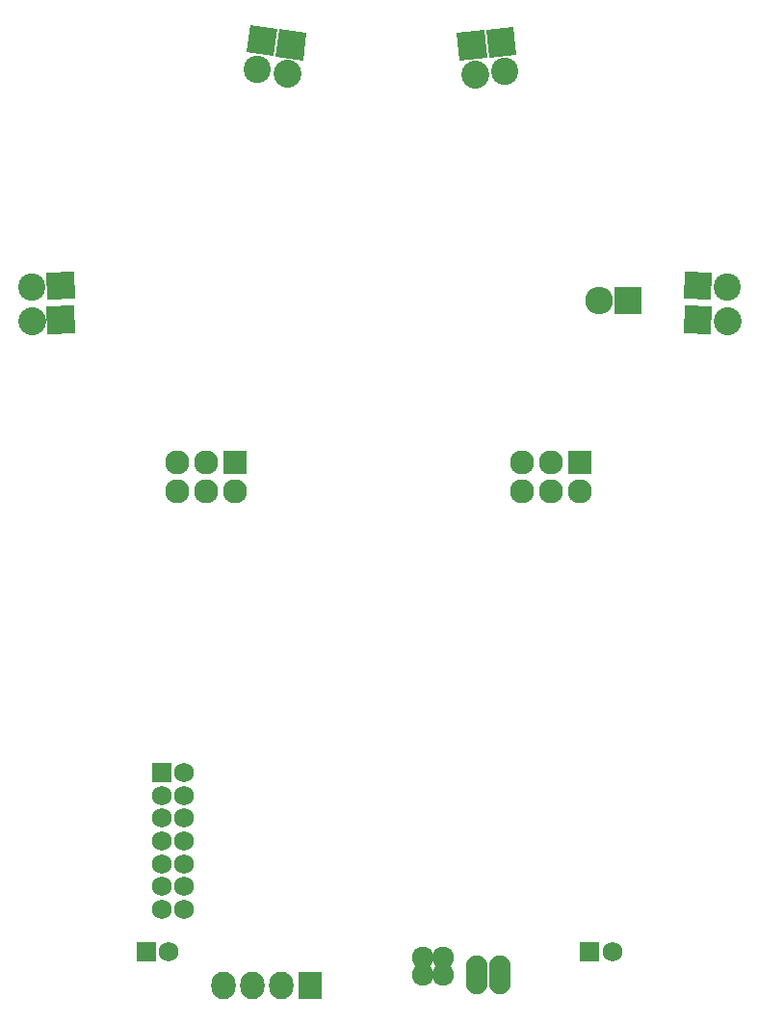
<source format=gbs>
G04 #@! TF.FileFunction,Soldermask,Bot*
%FSLAX46Y46*%
G04 Gerber Fmt 4.6, Leading zero omitted, Abs format (unit mm)*
G04 Created by KiCad (PCBNEW 4.0.1-stable) date 2016/10/17 21:23:02*
%MOMM*%
G01*
G04 APERTURE LIST*
%ADD10C,0.100000*%
%ADD11R,1.750000X1.750000*%
%ADD12C,1.750000*%
%ADD13O,1.906220X3.414980*%
%ADD14C,2.400000*%
%ADD15R,2.127200X2.432000*%
%ADD16O,2.127200X2.432000*%
%ADD17R,2.432000X2.432000*%
%ADD18O,2.432000X2.432000*%
%ADD19R,2.127200X2.127200*%
%ADD20O,2.127200X2.127200*%
%ADD21C,2.432000*%
%ADD22C,1.924000*%
G04 APERTURE END LIST*
D10*
D11*
X136000000Y-123500000D03*
D12*
X136000000Y-125500000D03*
X136000000Y-127500000D03*
X136000000Y-129500000D03*
X136000000Y-131500000D03*
X136000000Y-133500000D03*
X136000000Y-135500000D03*
X138000000Y-123500000D03*
X138000000Y-125500000D03*
X138000000Y-127500000D03*
X138000000Y-129500000D03*
X138000000Y-131500000D03*
X138000000Y-133500000D03*
X138000000Y-135500000D03*
D13*
X165750000Y-141250000D03*
X163750000Y-141250000D03*
D10*
G36*
X125908852Y-79542610D02*
X128307390Y-79458852D01*
X128391148Y-81857390D01*
X125992610Y-81941148D01*
X125908852Y-79542610D01*
X125908852Y-79542610D01*
G37*
D14*
X124611547Y-80788645D03*
D10*
G36*
X143444671Y-60171314D02*
X143778686Y-57794671D01*
X146155329Y-58128686D01*
X145821314Y-60505329D01*
X143444671Y-60171314D01*
X143444671Y-60171314D01*
G37*
D14*
X144446500Y-61665281D03*
D10*
G36*
X164832008Y-60618860D02*
X164581140Y-58232008D01*
X166967992Y-57981140D01*
X167218860Y-60367992D01*
X164832008Y-60618860D01*
X164832008Y-60618860D01*
G37*
D14*
X166165502Y-61826086D03*
D10*
G36*
X184307390Y-81941148D02*
X181908852Y-81857390D01*
X181992610Y-79458852D01*
X184391148Y-79542610D01*
X184307390Y-81941148D01*
X184307390Y-81941148D01*
G37*
D14*
X185688453Y-80788645D03*
D15*
X149110000Y-142220000D03*
D16*
X146570000Y-142220000D03*
X144030000Y-142220000D03*
X141490000Y-142220000D03*
D17*
X177000000Y-82000000D03*
D18*
X174460000Y-82000000D03*
D19*
X172750000Y-96250000D03*
D20*
X172750000Y-98790000D03*
X170210000Y-96250000D03*
X170210000Y-98790000D03*
X167670000Y-96250000D03*
X167670000Y-98790000D03*
D19*
X142500000Y-96250000D03*
D20*
X142500000Y-98790000D03*
X139960000Y-96250000D03*
X139960000Y-98790000D03*
X137420000Y-96250000D03*
X137420000Y-98790000D03*
D10*
G36*
X184322821Y-84957697D02*
X181892303Y-84872821D01*
X181977179Y-82442303D01*
X184407697Y-82527179D01*
X184322821Y-84957697D01*
X184322821Y-84957697D01*
G37*
D21*
X185688453Y-83788645D02*
X185688453Y-83788645D01*
D10*
G36*
X162192768Y-60886445D02*
X161938555Y-58467768D01*
X164357232Y-58213555D01*
X164611445Y-60632232D01*
X162192768Y-60886445D01*
X162192768Y-60886445D01*
G37*
D21*
X163540502Y-62076086D02*
X163540502Y-62076086D01*
D10*
G36*
X125892303Y-82527179D02*
X128322821Y-82442303D01*
X128407697Y-84872821D01*
X125977179Y-84957697D01*
X125892303Y-82527179D01*
X125892303Y-82527179D01*
G37*
D21*
X124611547Y-83788645D02*
X124611547Y-83788645D01*
D10*
G36*
X146026600Y-60534931D02*
X146365069Y-58126600D01*
X148773400Y-58465069D01*
X148434931Y-60873400D01*
X146026600Y-60534931D01*
X146026600Y-60534931D01*
G37*
D21*
X147046500Y-62015281D02*
X147046500Y-62015281D01*
D22*
X159000000Y-141300000D03*
X159000000Y-139700000D03*
X160750000Y-139700000D03*
X160750000Y-141300000D03*
D11*
X134650000Y-139200000D03*
D12*
X136650000Y-139200000D03*
D11*
X173650000Y-139200000D03*
D12*
X175650000Y-139200000D03*
M02*

</source>
